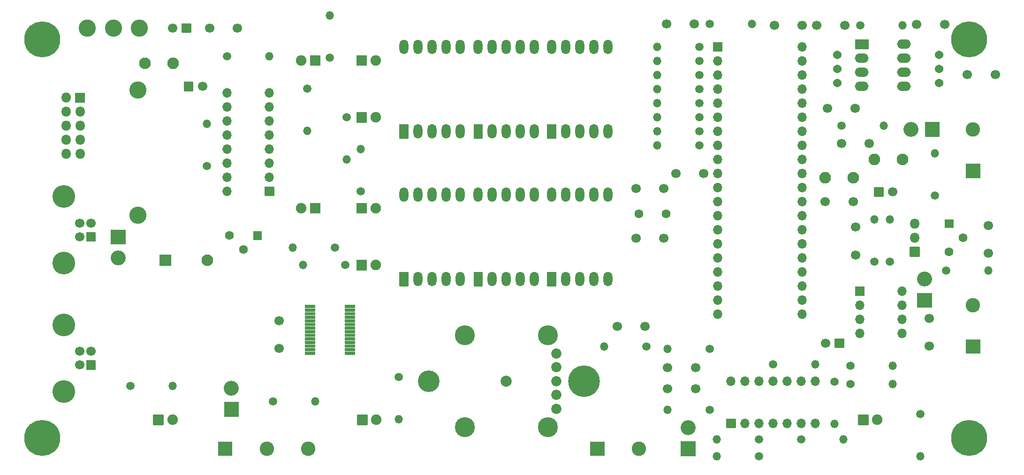
<source format=gbr>
%TF.GenerationSoftware,KiCad,Pcbnew,(5.1.9)-1*%
%TF.CreationDate,2021-03-04T22:01:39+01:00*%
%TF.ProjectId,Solaranlage,536f6c61-7261-46e6-9c61-67652e6b6963,rev?*%
%TF.SameCoordinates,Original*%
%TF.FileFunction,Soldermask,Top*%
%TF.FilePolarity,Negative*%
%FSLAX46Y46*%
G04 Gerber Fmt 4.6, Leading zero omitted, Abs format (unit mm)*
G04 Created by KiCad (PCBNEW (5.1.9)-1) date 2021-03-04 22:01:39*
%MOMM*%
%LPD*%
G01*
G04 APERTURE LIST*
%ADD10C,1.700000*%
%ADD11C,3.900000*%
%ADD12C,1.600000*%
%ADD13C,5.700000*%
%ADD14O,1.500000X1.500000*%
%ADD15C,1.500000*%
%ADD16C,1.900000*%
%ADD17C,3.100000*%
%ADD18C,2.100000*%
%ADD19O,1.700000X1.700000*%
%ADD20O,2.700000X2.700000*%
%ADD21C,2.600000*%
%ADD22C,4.100000*%
%ADD23O,2.100000X2.100000*%
%ADD24O,1.800000X1.800000*%
%ADD25O,1.624000X2.624000*%
%ADD26C,0.900000*%
%ADD27C,6.500000*%
%ADD28C,1.540000*%
%ADD29O,2.500000X1.700000*%
%ADD30C,1.850000*%
%ADD31C,2.000000*%
%ADD32C,3.600000*%
G04 APERTURE END LIST*
D10*
%TO.C,C20*%
X218106000Y-59055000D03*
X213106000Y-59055000D03*
%TD*%
%TO.C,C15*%
X202057000Y-100631000D03*
X202057000Y-95631000D03*
%TD*%
%TO.C,C9*%
X159084000Y-113538000D03*
X164084000Y-113538000D03*
%TD*%
%TO.C,C8*%
X173148000Y-121000000D03*
X168148000Y-121000000D03*
%TD*%
%TO.C,C6*%
X173148000Y-124810000D03*
X168148000Y-124810000D03*
%TD*%
%TO.C,C5*%
X167974000Y-58928000D03*
X172974000Y-58928000D03*
%TD*%
%TO.C,C1*%
X215392000Y-112094000D03*
X215392000Y-117094000D03*
%TD*%
D11*
%TO.C,H6*%
X125008000Y-123413000D03*
%TD*%
D10*
%TO.C,C22*%
X98044000Y-117522000D03*
X98044000Y-112522000D03*
%TD*%
%TO.C,C21*%
X204517000Y-80518000D03*
X199517000Y-80518000D03*
%TD*%
%TO.C,C19*%
X201977000Y-74168000D03*
X196977000Y-74168000D03*
%TD*%
%TO.C,C17*%
X187405000Y-59182000D03*
X192405000Y-59182000D03*
%TD*%
%TO.C,C14*%
X169625000Y-85948000D03*
X174625000Y-85948000D03*
%TD*%
%TO.C,C10*%
X200072000Y-59182000D03*
X195072000Y-59182000D03*
%TD*%
%TO.C,C7*%
X90471000Y-59690000D03*
X85471000Y-59690000D03*
%TD*%
%TO.C,C4*%
X226060000Y-95330000D03*
X226060000Y-100330000D03*
%TD*%
%TO.C,C3*%
X227250000Y-68072000D03*
X222250000Y-68072000D03*
%TD*%
%TO.C,C2*%
X201596000Y-91059000D03*
X196596000Y-91059000D03*
%TD*%
%TO.C,Q1*%
G36*
G01*
X218148000Y-95746000D02*
X218148000Y-94246000D01*
G75*
G02*
X218198000Y-94196000I50000J0D01*
G01*
X219698000Y-94196000D01*
G75*
G02*
X219748000Y-94246000I0J-50000D01*
G01*
X219748000Y-95746000D01*
G75*
G02*
X219698000Y-95796000I-50000J0D01*
G01*
X218198000Y-95796000D01*
G75*
G02*
X218148000Y-95746000I0J50000D01*
G01*
G37*
D12*
X218948000Y-100076000D03*
X221488000Y-97536000D03*
%TD*%
%TO.C,Q2*%
G36*
G01*
X94907000Y-96405000D02*
X94907000Y-97905000D01*
G75*
G02*
X94857000Y-97955000I-50000J0D01*
G01*
X93357000Y-97955000D01*
G75*
G02*
X93307000Y-97905000I0J50000D01*
G01*
X93307000Y-96405000D01*
G75*
G02*
X93357000Y-96355000I50000J0D01*
G01*
X94857000Y-96355000D01*
G75*
G02*
X94907000Y-96405000I0J-50000D01*
G01*
G37*
X89027000Y-97155000D03*
X91567000Y-99695000D03*
%TD*%
D13*
%TO.C,H5*%
X153008000Y-123413000D03*
%TD*%
D14*
%TO.C,GND2*%
X96266000Y-64770000D03*
D15*
X88646000Y-64770000D03*
%TD*%
D14*
%TO.C,GND1*%
X213741000Y-137033000D03*
D15*
X213741000Y-129413000D03*
%TD*%
D14*
%TO.C,R32*%
X103124000Y-78232000D03*
D15*
X103124000Y-70612000D03*
%TD*%
D14*
%TO.C,R31*%
X100457000Y-99314000D03*
D15*
X108077000Y-99314000D03*
%TD*%
D14*
%TO.C,R28*%
X102362000Y-102489000D03*
D15*
X109982000Y-102489000D03*
%TD*%
D14*
%TO.C,R27*%
X110236000Y-83439000D03*
D15*
X110236000Y-75819000D03*
%TD*%
D14*
%TO.C,R26*%
X112776000Y-81534000D03*
D15*
X112776000Y-89154000D03*
%TD*%
D16*
%TO.C,D13*%
X101981000Y-65532000D03*
G36*
G01*
X105471000Y-64632000D02*
X105471000Y-66432000D01*
G75*
G02*
X105421000Y-66482000I-50000J0D01*
G01*
X103621000Y-66482000D01*
G75*
G02*
X103571000Y-66432000I0J50000D01*
G01*
X103571000Y-64632000D01*
G75*
G02*
X103621000Y-64582000I50000J0D01*
G01*
X105421000Y-64582000D01*
G75*
G02*
X105471000Y-64632000I0J-50000D01*
G01*
G37*
%TD*%
%TO.C,D12*%
X101981000Y-92202000D03*
G36*
G01*
X105471000Y-91302000D02*
X105471000Y-93102000D01*
G75*
G02*
X105421000Y-93152000I-50000J0D01*
G01*
X103621000Y-93152000D01*
G75*
G02*
X103571000Y-93102000I0J50000D01*
G01*
X103571000Y-91302000D01*
G75*
G02*
X103621000Y-91252000I50000J0D01*
G01*
X105421000Y-91252000D01*
G75*
G02*
X105471000Y-91302000I0J-50000D01*
G01*
G37*
%TD*%
%TO.C,D7*%
X115443000Y-102489000D03*
G36*
G01*
X111953000Y-103389000D02*
X111953000Y-101589000D01*
G75*
G02*
X112003000Y-101539000I50000J0D01*
G01*
X113803000Y-101539000D01*
G75*
G02*
X113853000Y-101589000I0J-50000D01*
G01*
X113853000Y-103389000D01*
G75*
G02*
X113803000Y-103439000I-50000J0D01*
G01*
X112003000Y-103439000D01*
G75*
G02*
X111953000Y-103389000I0J50000D01*
G01*
G37*
%TD*%
%TO.C,D6*%
X115443000Y-75819000D03*
G36*
G01*
X111953000Y-76719000D02*
X111953000Y-74919000D01*
G75*
G02*
X112003000Y-74869000I50000J0D01*
G01*
X113803000Y-74869000D01*
G75*
G02*
X113853000Y-74919000I0J-50000D01*
G01*
X113853000Y-76719000D01*
G75*
G02*
X113803000Y-76769000I-50000J0D01*
G01*
X112003000Y-76769000D01*
G75*
G02*
X111953000Y-76719000I0J50000D01*
G01*
G37*
%TD*%
%TO.C,D5*%
X115443000Y-92202000D03*
G36*
G01*
X111953000Y-93102000D02*
X111953000Y-91302000D01*
G75*
G02*
X112003000Y-91252000I50000J0D01*
G01*
X113803000Y-91252000D01*
G75*
G02*
X113853000Y-91302000I0J-50000D01*
G01*
X113853000Y-93102000D01*
G75*
G02*
X113803000Y-93152000I-50000J0D01*
G01*
X112003000Y-93152000D01*
G75*
G02*
X111953000Y-93102000I0J50000D01*
G01*
G37*
%TD*%
D10*
%TO.C,C23*%
X84161000Y-70231000D03*
G36*
G01*
X80811000Y-71031000D02*
X80811000Y-69431000D01*
G75*
G02*
X80861000Y-69381000I50000J0D01*
G01*
X82461000Y-69381000D01*
G75*
G02*
X82511000Y-69431000I0J-50000D01*
G01*
X82511000Y-71031000D01*
G75*
G02*
X82461000Y-71081000I-50000J0D01*
G01*
X80861000Y-71081000D01*
G75*
G02*
X80811000Y-71031000I0J50000D01*
G01*
G37*
%TD*%
D17*
%TO.C,F1*%
X72517000Y-70869000D03*
X72517000Y-93469000D03*
%TD*%
D14*
%TO.C,R35*%
X84963000Y-76962000D03*
D15*
X84963000Y-84582000D03*
%TD*%
D18*
%TO.C,BZ1*%
X85070000Y-101600000D03*
G36*
G01*
X76420000Y-102600000D02*
X76420000Y-100600000D01*
G75*
G02*
X76470000Y-100550000I50000J0D01*
G01*
X78470000Y-100550000D01*
G75*
G02*
X78520000Y-100600000I0J-50000D01*
G01*
X78520000Y-102600000D01*
G75*
G02*
X78470000Y-102650000I-50000J0D01*
G01*
X76470000Y-102650000D01*
G75*
G02*
X76420000Y-102600000I0J50000D01*
G01*
G37*
%TD*%
D19*
%TO.C,U11*%
X179578000Y-123444000D03*
X194818000Y-131064000D03*
X182118000Y-123444000D03*
X192278000Y-131064000D03*
X184658000Y-123444000D03*
X189738000Y-131064000D03*
X187198000Y-123444000D03*
X187198000Y-131064000D03*
X189738000Y-123444000D03*
X184658000Y-131064000D03*
X192278000Y-123444000D03*
X182118000Y-131064000D03*
X194818000Y-123444000D03*
G36*
G01*
X180378000Y-131914000D02*
X178778000Y-131914000D01*
G75*
G02*
X178728000Y-131864000I0J50000D01*
G01*
X178728000Y-130264000D01*
G75*
G02*
X178778000Y-130214000I50000J0D01*
G01*
X180378000Y-130214000D01*
G75*
G02*
X180428000Y-130264000I0J-50000D01*
G01*
X180428000Y-131864000D01*
G75*
G02*
X180378000Y-131914000I-50000J0D01*
G01*
G37*
%TD*%
D14*
%TO.C,R34*%
X177038000Y-137033000D03*
D15*
X184658000Y-137033000D03*
%TD*%
D14*
%TO.C,R33*%
X104521000Y-127127000D03*
D15*
X96901000Y-127127000D03*
%TD*%
D20*
%TO.C,D14*%
X89408000Y-124714000D03*
G36*
G01*
X90708000Y-129874000D02*
X88108000Y-129874000D01*
G75*
G02*
X88058000Y-129824000I0J50000D01*
G01*
X88058000Y-127224000D01*
G75*
G02*
X88108000Y-127174000I50000J0D01*
G01*
X90708000Y-127174000D01*
G75*
G02*
X90758000Y-127224000I0J-50000D01*
G01*
X90758000Y-129824000D01*
G75*
G02*
X90708000Y-129874000I-50000J0D01*
G01*
G37*
%TD*%
%TO.C,J7*%
G36*
G01*
X86965000Y-136886000D02*
X86965000Y-134386000D01*
G75*
G02*
X87015000Y-134336000I50000J0D01*
G01*
X89515000Y-134336000D01*
G75*
G02*
X89565000Y-134386000I0J-50000D01*
G01*
X89565000Y-136886000D01*
G75*
G02*
X89515000Y-136936000I-50000J0D01*
G01*
X87015000Y-136936000D01*
G75*
G02*
X86965000Y-136886000I0J50000D01*
G01*
G37*
D21*
X95765000Y-135636000D03*
X103265000Y-135636000D03*
%TD*%
D22*
%TO.C,J4*%
X59158000Y-125273000D03*
X59158000Y-113273000D03*
D10*
X62018000Y-120523000D03*
X62018000Y-118023000D03*
X64018000Y-118023000D03*
G36*
G01*
X63218000Y-119673000D02*
X64818000Y-119673000D01*
G75*
G02*
X64868000Y-119723000I0J-50000D01*
G01*
X64868000Y-121323000D01*
G75*
G02*
X64818000Y-121373000I-50000J0D01*
G01*
X63218000Y-121373000D01*
G75*
G02*
X63168000Y-121323000I0J50000D01*
G01*
X63168000Y-119723000D01*
G75*
G02*
X63218000Y-119673000I50000J0D01*
G01*
G37*
%TD*%
D23*
%TO.C,L3*%
X78867000Y-66040000D03*
D18*
X73787000Y-66040000D03*
%TD*%
D19*
%TO.C,U12*%
X88646000Y-89154000D03*
X96266000Y-71374000D03*
X88646000Y-86614000D03*
X96266000Y-73914000D03*
X88646000Y-84074000D03*
X96266000Y-76454000D03*
X88646000Y-81534000D03*
X96266000Y-78994000D03*
X88646000Y-78994000D03*
X96266000Y-81534000D03*
X88646000Y-76454000D03*
X96266000Y-84074000D03*
X88646000Y-73914000D03*
X96266000Y-86614000D03*
X88646000Y-71374000D03*
G36*
G01*
X97116000Y-88354000D02*
X97116000Y-89954000D01*
G75*
G02*
X97066000Y-90004000I-50000J0D01*
G01*
X95466000Y-90004000D01*
G75*
G02*
X95416000Y-89954000I0J50000D01*
G01*
X95416000Y-88354000D01*
G75*
G02*
X95466000Y-88304000I50000J0D01*
G01*
X97066000Y-88304000D01*
G75*
G02*
X97116000Y-88354000I0J-50000D01*
G01*
G37*
%TD*%
D20*
%TO.C,D11*%
X171831000Y-131826000D03*
G36*
G01*
X173131000Y-136986000D02*
X170531000Y-136986000D01*
G75*
G02*
X170481000Y-136936000I0J50000D01*
G01*
X170481000Y-134336000D01*
G75*
G02*
X170531000Y-134286000I50000J0D01*
G01*
X173131000Y-134286000D01*
G75*
G02*
X173181000Y-134336000I0J-50000D01*
G01*
X173181000Y-136936000D01*
G75*
G02*
X173131000Y-136986000I-50000J0D01*
G01*
G37*
%TD*%
%TO.C,D10*%
X68961000Y-101219000D03*
G36*
G01*
X67661000Y-96059000D02*
X70261000Y-96059000D01*
G75*
G02*
X70311000Y-96109000I0J-50000D01*
G01*
X70311000Y-98709000D01*
G75*
G02*
X70261000Y-98759000I-50000J0D01*
G01*
X67661000Y-98759000D01*
G75*
G02*
X67611000Y-98709000I0J50000D01*
G01*
X67611000Y-96109000D01*
G75*
G02*
X67661000Y-96059000I50000J0D01*
G01*
G37*
%TD*%
%TO.C,D9*%
X214503000Y-105029000D03*
G36*
G01*
X215803000Y-110189000D02*
X213203000Y-110189000D01*
G75*
G02*
X213153000Y-110139000I0J50000D01*
G01*
X213153000Y-107539000D01*
G75*
G02*
X213203000Y-107489000I50000J0D01*
G01*
X215803000Y-107489000D01*
G75*
G02*
X215853000Y-107539000I0J-50000D01*
G01*
X215853000Y-110139000D01*
G75*
G02*
X215803000Y-110189000I-50000J0D01*
G01*
G37*
%TD*%
%TO.C,D8*%
X212090000Y-77978000D03*
G36*
G01*
X217250000Y-76678000D02*
X217250000Y-79278000D01*
G75*
G02*
X217200000Y-79328000I-50000J0D01*
G01*
X214600000Y-79328000D01*
G75*
G02*
X214550000Y-79278000I0J50000D01*
G01*
X214550000Y-76678000D01*
G75*
G02*
X214600000Y-76628000I50000J0D01*
G01*
X217200000Y-76628000D01*
G75*
G02*
X217250000Y-76678000I0J-50000D01*
G01*
G37*
%TD*%
D14*
%TO.C,R21*%
X194818000Y-120396000D03*
D15*
X187198000Y-120396000D03*
%TD*%
D14*
%TO.C,R19*%
X198247000Y-131191000D03*
D15*
X198247000Y-123571000D03*
%TD*%
D14*
%TO.C,R13*%
X199898000Y-133985000D03*
D15*
X192278000Y-133985000D03*
%TD*%
D14*
%TO.C,R12*%
X177038000Y-133985000D03*
D15*
X184658000Y-133985000D03*
%TD*%
D10*
%TO.C,C18*%
X78780000Y-59690000D03*
G36*
G01*
X82130000Y-58890000D02*
X82130000Y-60490000D01*
G75*
G02*
X82080000Y-60540000I-50000J0D01*
G01*
X80480000Y-60540000D01*
G75*
G02*
X80430000Y-60490000I0J50000D01*
G01*
X80430000Y-58890000D01*
G75*
G02*
X80480000Y-58840000I50000J0D01*
G01*
X82080000Y-58840000D01*
G75*
G02*
X82130000Y-58890000I0J-50000D01*
G01*
G37*
%TD*%
%TO.C,C11*%
X208748000Y-89281000D03*
G36*
G01*
X205398000Y-90081000D02*
X205398000Y-88481000D01*
G75*
G02*
X205448000Y-88431000I50000J0D01*
G01*
X207048000Y-88431000D01*
G75*
G02*
X207098000Y-88481000I0J-50000D01*
G01*
X207098000Y-90081000D01*
G75*
G02*
X207048000Y-90131000I-50000J0D01*
G01*
X205448000Y-90131000D01*
G75*
G02*
X205398000Y-90081000I0J50000D01*
G01*
G37*
%TD*%
D23*
%TO.C,L2*%
X205486000Y-83439000D03*
D18*
X210566000Y-83439000D03*
%TD*%
D23*
%TO.C,L1*%
X196596000Y-86741000D03*
D18*
X201676000Y-86741000D03*
%TD*%
D21*
%TO.C,J1*%
X223266000Y-77971000D03*
G36*
G01*
X224516000Y-86771000D02*
X222016000Y-86771000D01*
G75*
G02*
X221966000Y-86721000I0J50000D01*
G01*
X221966000Y-84221000D01*
G75*
G02*
X222016000Y-84171000I50000J0D01*
G01*
X224516000Y-84171000D01*
G75*
G02*
X224566000Y-84221000I0J-50000D01*
G01*
X224566000Y-86721000D01*
G75*
G02*
X224516000Y-86771000I-50000J0D01*
G01*
G37*
%TD*%
%TO.C,J2*%
X223266000Y-109690000D03*
G36*
G01*
X224516000Y-118490000D02*
X222016000Y-118490000D01*
G75*
G02*
X221966000Y-118440000I0J50000D01*
G01*
X221966000Y-115940000D01*
G75*
G02*
X222016000Y-115890000I50000J0D01*
G01*
X224516000Y-115890000D01*
G75*
G02*
X224566000Y-115940000I0J-50000D01*
G01*
X224566000Y-118440000D01*
G75*
G02*
X224516000Y-118490000I-50000J0D01*
G01*
G37*
%TD*%
D24*
%TO.C,J3*%
X59538000Y-82423000D03*
X62078000Y-82423000D03*
X59538000Y-79883000D03*
X62078000Y-79883000D03*
X59538000Y-77343000D03*
X62078000Y-77343000D03*
X59538000Y-74803000D03*
X62078000Y-74803000D03*
X59538000Y-72263000D03*
G36*
G01*
X61178000Y-73113000D02*
X61178000Y-71413000D01*
G75*
G02*
X61228000Y-71363000I50000J0D01*
G01*
X62928000Y-71363000D01*
G75*
G02*
X62978000Y-71413000I0J-50000D01*
G01*
X62978000Y-73113000D01*
G75*
G02*
X62928000Y-73163000I-50000J0D01*
G01*
X61228000Y-73163000D01*
G75*
G02*
X61178000Y-73113000I0J50000D01*
G01*
G37*
%TD*%
D14*
%TO.C,R1*%
X216408000Y-82296000D03*
D15*
X216408000Y-89916000D03*
%TD*%
D14*
%TO.C,R2*%
X226060000Y-103505000D03*
D15*
X218440000Y-103505000D03*
%TD*%
D14*
%TO.C,R3*%
X166243000Y-63088000D03*
D15*
X173863000Y-63088000D03*
%TD*%
D14*
%TO.C,R4*%
X166243000Y-68168000D03*
D15*
X173863000Y-68168000D03*
%TD*%
D14*
%TO.C,R5*%
X166243000Y-73248000D03*
D15*
X173863000Y-73248000D03*
%TD*%
D14*
%TO.C,R6*%
X166243000Y-78328000D03*
D15*
X173863000Y-78328000D03*
%TD*%
D14*
%TO.C,R7*%
X166243000Y-65628000D03*
D15*
X173863000Y-65628000D03*
%TD*%
D14*
%TO.C,R8*%
X166243000Y-70708000D03*
D15*
X173863000Y-70708000D03*
%TD*%
D14*
%TO.C,R9*%
X166243000Y-75788000D03*
D15*
X173863000Y-75788000D03*
%TD*%
D14*
%TO.C,R10*%
X166243000Y-80868000D03*
D15*
X173863000Y-80868000D03*
%TD*%
D14*
%TO.C,R11*%
X183388000Y-58928000D03*
D15*
X175768000Y-58928000D03*
%TD*%
D14*
%TO.C,R14*%
X168148000Y-128620000D03*
D15*
X175768000Y-128620000D03*
%TD*%
D14*
%TO.C,R15*%
X168148000Y-117602000D03*
D15*
X175768000Y-117602000D03*
%TD*%
%TO.C,U1*%
G36*
G01*
X119711000Y-79590000D02*
X119711000Y-77066000D01*
G75*
G02*
X119761000Y-77016000I50000J0D01*
G01*
X121285000Y-77016000D01*
G75*
G02*
X121335000Y-77066000I0J-50000D01*
G01*
X121335000Y-79590000D01*
G75*
G02*
X121285000Y-79640000I-50000J0D01*
G01*
X119761000Y-79640000D01*
G75*
G02*
X119711000Y-79590000I0J50000D01*
G01*
G37*
D25*
X123063000Y-78328000D03*
X125603000Y-78328000D03*
X128143000Y-78328000D03*
X130683000Y-78328000D03*
X130683000Y-63088000D03*
X128143000Y-63088000D03*
X125603000Y-63088000D03*
X123063000Y-63088000D03*
X120523000Y-63088000D03*
%TD*%
%TO.C,U2*%
G36*
G01*
X119711000Y-106260000D02*
X119711000Y-103736000D01*
G75*
G02*
X119761000Y-103686000I50000J0D01*
G01*
X121285000Y-103686000D01*
G75*
G02*
X121335000Y-103736000I0J-50000D01*
G01*
X121335000Y-106260000D01*
G75*
G02*
X121285000Y-106310000I-50000J0D01*
G01*
X119761000Y-106310000D01*
G75*
G02*
X119711000Y-106260000I0J50000D01*
G01*
G37*
X123063000Y-104998000D03*
X125603000Y-104998000D03*
X128143000Y-104998000D03*
X130683000Y-104998000D03*
X130683000Y-89758000D03*
X128143000Y-89758000D03*
X125603000Y-89758000D03*
X123063000Y-89758000D03*
X120523000Y-89758000D03*
%TD*%
%TO.C,U3*%
G36*
G01*
X133116000Y-79590000D02*
X133116000Y-77066000D01*
G75*
G02*
X133166000Y-77016000I50000J0D01*
G01*
X134690000Y-77016000D01*
G75*
G02*
X134740000Y-77066000I0J-50000D01*
G01*
X134740000Y-79590000D01*
G75*
G02*
X134690000Y-79640000I-50000J0D01*
G01*
X133166000Y-79640000D01*
G75*
G02*
X133116000Y-79590000I0J50000D01*
G01*
G37*
X136468000Y-78328000D03*
X139008000Y-78328000D03*
X141548000Y-78328000D03*
X144088000Y-78328000D03*
X144088000Y-63088000D03*
X141548000Y-63088000D03*
X139008000Y-63088000D03*
X136468000Y-63088000D03*
X133928000Y-63088000D03*
%TD*%
%TO.C,U4*%
G36*
G01*
X133116000Y-106260000D02*
X133116000Y-103736000D01*
G75*
G02*
X133166000Y-103686000I50000J0D01*
G01*
X134690000Y-103686000D01*
G75*
G02*
X134740000Y-103736000I0J-50000D01*
G01*
X134740000Y-106260000D01*
G75*
G02*
X134690000Y-106310000I-50000J0D01*
G01*
X133166000Y-106310000D01*
G75*
G02*
X133116000Y-106260000I0J50000D01*
G01*
G37*
X136468000Y-104998000D03*
X139008000Y-104998000D03*
X141548000Y-104998000D03*
X144088000Y-104998000D03*
X144088000Y-89758000D03*
X141548000Y-89758000D03*
X139008000Y-89758000D03*
X136468000Y-89758000D03*
X133928000Y-89758000D03*
%TD*%
%TO.C,U5*%
G36*
G01*
X146381000Y-79590000D02*
X146381000Y-77066000D01*
G75*
G02*
X146431000Y-77016000I50000J0D01*
G01*
X147955000Y-77016000D01*
G75*
G02*
X148005000Y-77066000I0J-50000D01*
G01*
X148005000Y-79590000D01*
G75*
G02*
X147955000Y-79640000I-50000J0D01*
G01*
X146431000Y-79640000D01*
G75*
G02*
X146381000Y-79590000I0J50000D01*
G01*
G37*
X149733000Y-78328000D03*
X152273000Y-78328000D03*
X154813000Y-78328000D03*
X157353000Y-78328000D03*
X157353000Y-63088000D03*
X154813000Y-63088000D03*
X152273000Y-63088000D03*
X149733000Y-63088000D03*
X147193000Y-63088000D03*
%TD*%
%TO.C,U6*%
G36*
G01*
X146381000Y-106260000D02*
X146381000Y-103736000D01*
G75*
G02*
X146431000Y-103686000I50000J0D01*
G01*
X147955000Y-103686000D01*
G75*
G02*
X148005000Y-103736000I0J-50000D01*
G01*
X148005000Y-106260000D01*
G75*
G02*
X147955000Y-106310000I-50000J0D01*
G01*
X146431000Y-106310000D01*
G75*
G02*
X146381000Y-106260000I0J50000D01*
G01*
G37*
X149733000Y-104998000D03*
X152273000Y-104998000D03*
X154813000Y-104998000D03*
X157353000Y-104998000D03*
X157353000Y-89758000D03*
X154813000Y-89758000D03*
X152273000Y-89758000D03*
X149733000Y-89758000D03*
X147193000Y-89758000D03*
%TD*%
D26*
%TO.C,H1*%
X56975056Y-132010944D03*
X55278000Y-131308000D03*
X53580944Y-132010944D03*
X52878000Y-133708000D03*
X53580944Y-135405056D03*
X55278000Y-136108000D03*
X56975056Y-135405056D03*
X57678000Y-133708000D03*
D27*
X55278000Y-133708000D03*
%TD*%
D26*
%TO.C,H2*%
X224285056Y-60010944D03*
X222588000Y-59308000D03*
X220890944Y-60010944D03*
X220188000Y-61708000D03*
X220890944Y-63405056D03*
X222588000Y-64108000D03*
X224285056Y-63405056D03*
X224988000Y-61708000D03*
D27*
X222588000Y-61708000D03*
%TD*%
D26*
%TO.C,H3*%
X56975056Y-60010944D03*
X55278000Y-59308000D03*
X53580944Y-60010944D03*
X52878000Y-61708000D03*
X53580944Y-63405056D03*
X55278000Y-64108000D03*
X56975056Y-63405056D03*
X57678000Y-61708000D03*
D27*
X55278000Y-61708000D03*
%TD*%
D26*
%TO.C,H4*%
X224285056Y-132010944D03*
X222588000Y-131308000D03*
X220890944Y-132010944D03*
X220188000Y-133708000D03*
X220890944Y-135405056D03*
X222588000Y-136108000D03*
X224285056Y-135405056D03*
X224988000Y-133708000D03*
D27*
X222588000Y-133708000D03*
%TD*%
D14*
%TO.C,R16*%
X156718000Y-117190000D03*
D15*
X164338000Y-117190000D03*
%TD*%
D21*
%TO.C,J6*%
X162948000Y-135636000D03*
G36*
G01*
X154148000Y-136886000D02*
X154148000Y-134386000D01*
G75*
G02*
X154198000Y-134336000I50000J0D01*
G01*
X156698000Y-134336000D01*
G75*
G02*
X156748000Y-134386000I0J-50000D01*
G01*
X156748000Y-136886000D01*
G75*
G02*
X156698000Y-136936000I-50000J0D01*
G01*
X154198000Y-136936000D01*
G75*
G02*
X154148000Y-136886000I0J50000D01*
G01*
G37*
%TD*%
D16*
%TO.C,D2*%
X115570000Y-130429000D03*
G36*
G01*
X112080000Y-131329000D02*
X112080000Y-129529000D01*
G75*
G02*
X112130000Y-129479000I50000J0D01*
G01*
X113930000Y-129479000D01*
G75*
G02*
X113980000Y-129529000I0J-50000D01*
G01*
X113980000Y-131329000D01*
G75*
G02*
X113930000Y-131379000I-50000J0D01*
G01*
X112130000Y-131379000D01*
G75*
G02*
X112080000Y-131329000I0J50000D01*
G01*
G37*
%TD*%
D14*
%TO.C,R18*%
X119634000Y-130302000D03*
D15*
X119634000Y-122682000D03*
%TD*%
D16*
%TO.C,D1*%
X78750000Y-130429000D03*
G36*
G01*
X75260000Y-131329000D02*
X75260000Y-129529000D01*
G75*
G02*
X75310000Y-129479000I50000J0D01*
G01*
X77110000Y-129479000D01*
G75*
G02*
X77160000Y-129529000I0J-50000D01*
G01*
X77160000Y-131329000D01*
G75*
G02*
X77110000Y-131379000I-50000J0D01*
G01*
X75310000Y-131379000D01*
G75*
G02*
X75260000Y-131329000I0J50000D01*
G01*
G37*
%TD*%
D14*
%TO.C,R17*%
X78750000Y-124333000D03*
D15*
X71130000Y-124333000D03*
%TD*%
%TO.C,U8*%
G36*
G01*
X111713000Y-118173000D02*
X111713000Y-118623000D01*
G75*
G02*
X111663000Y-118673000I-50000J0D01*
G01*
X109913000Y-118673000D01*
G75*
G02*
X109863000Y-118623000I0J50000D01*
G01*
X109863000Y-118173000D01*
G75*
G02*
X109913000Y-118123000I50000J0D01*
G01*
X111663000Y-118123000D01*
G75*
G02*
X111713000Y-118173000I0J-50000D01*
G01*
G37*
G36*
G01*
X111713000Y-117523000D02*
X111713000Y-117973000D01*
G75*
G02*
X111663000Y-118023000I-50000J0D01*
G01*
X109913000Y-118023000D01*
G75*
G02*
X109863000Y-117973000I0J50000D01*
G01*
X109863000Y-117523000D01*
G75*
G02*
X109913000Y-117473000I50000J0D01*
G01*
X111663000Y-117473000D01*
G75*
G02*
X111713000Y-117523000I0J-50000D01*
G01*
G37*
G36*
G01*
X111713000Y-116873000D02*
X111713000Y-117323000D01*
G75*
G02*
X111663000Y-117373000I-50000J0D01*
G01*
X109913000Y-117373000D01*
G75*
G02*
X109863000Y-117323000I0J50000D01*
G01*
X109863000Y-116873000D01*
G75*
G02*
X109913000Y-116823000I50000J0D01*
G01*
X111663000Y-116823000D01*
G75*
G02*
X111713000Y-116873000I0J-50000D01*
G01*
G37*
G36*
G01*
X111713000Y-116223000D02*
X111713000Y-116673000D01*
G75*
G02*
X111663000Y-116723000I-50000J0D01*
G01*
X109913000Y-116723000D01*
G75*
G02*
X109863000Y-116673000I0J50000D01*
G01*
X109863000Y-116223000D01*
G75*
G02*
X109913000Y-116173000I50000J0D01*
G01*
X111663000Y-116173000D01*
G75*
G02*
X111713000Y-116223000I0J-50000D01*
G01*
G37*
G36*
G01*
X111713000Y-115573000D02*
X111713000Y-116023000D01*
G75*
G02*
X111663000Y-116073000I-50000J0D01*
G01*
X109913000Y-116073000D01*
G75*
G02*
X109863000Y-116023000I0J50000D01*
G01*
X109863000Y-115573000D01*
G75*
G02*
X109913000Y-115523000I50000J0D01*
G01*
X111663000Y-115523000D01*
G75*
G02*
X111713000Y-115573000I0J-50000D01*
G01*
G37*
G36*
G01*
X111713000Y-114923000D02*
X111713000Y-115373000D01*
G75*
G02*
X111663000Y-115423000I-50000J0D01*
G01*
X109913000Y-115423000D01*
G75*
G02*
X109863000Y-115373000I0J50000D01*
G01*
X109863000Y-114923000D01*
G75*
G02*
X109913000Y-114873000I50000J0D01*
G01*
X111663000Y-114873000D01*
G75*
G02*
X111713000Y-114923000I0J-50000D01*
G01*
G37*
G36*
G01*
X111713000Y-114273000D02*
X111713000Y-114723000D01*
G75*
G02*
X111663000Y-114773000I-50000J0D01*
G01*
X109913000Y-114773000D01*
G75*
G02*
X109863000Y-114723000I0J50000D01*
G01*
X109863000Y-114273000D01*
G75*
G02*
X109913000Y-114223000I50000J0D01*
G01*
X111663000Y-114223000D01*
G75*
G02*
X111713000Y-114273000I0J-50000D01*
G01*
G37*
G36*
G01*
X111713000Y-113623000D02*
X111713000Y-114073000D01*
G75*
G02*
X111663000Y-114123000I-50000J0D01*
G01*
X109913000Y-114123000D01*
G75*
G02*
X109863000Y-114073000I0J50000D01*
G01*
X109863000Y-113623000D01*
G75*
G02*
X109913000Y-113573000I50000J0D01*
G01*
X111663000Y-113573000D01*
G75*
G02*
X111713000Y-113623000I0J-50000D01*
G01*
G37*
G36*
G01*
X111713000Y-112973000D02*
X111713000Y-113423000D01*
G75*
G02*
X111663000Y-113473000I-50000J0D01*
G01*
X109913000Y-113473000D01*
G75*
G02*
X109863000Y-113423000I0J50000D01*
G01*
X109863000Y-112973000D01*
G75*
G02*
X109913000Y-112923000I50000J0D01*
G01*
X111663000Y-112923000D01*
G75*
G02*
X111713000Y-112973000I0J-50000D01*
G01*
G37*
G36*
G01*
X111713000Y-112323000D02*
X111713000Y-112773000D01*
G75*
G02*
X111663000Y-112823000I-50000J0D01*
G01*
X109913000Y-112823000D01*
G75*
G02*
X109863000Y-112773000I0J50000D01*
G01*
X109863000Y-112323000D01*
G75*
G02*
X109913000Y-112273000I50000J0D01*
G01*
X111663000Y-112273000D01*
G75*
G02*
X111713000Y-112323000I0J-50000D01*
G01*
G37*
G36*
G01*
X111713000Y-111673000D02*
X111713000Y-112123000D01*
G75*
G02*
X111663000Y-112173000I-50000J0D01*
G01*
X109913000Y-112173000D01*
G75*
G02*
X109863000Y-112123000I0J50000D01*
G01*
X109863000Y-111673000D01*
G75*
G02*
X109913000Y-111623000I50000J0D01*
G01*
X111663000Y-111623000D01*
G75*
G02*
X111713000Y-111673000I0J-50000D01*
G01*
G37*
G36*
G01*
X111713000Y-111023000D02*
X111713000Y-111473000D01*
G75*
G02*
X111663000Y-111523000I-50000J0D01*
G01*
X109913000Y-111523000D01*
G75*
G02*
X109863000Y-111473000I0J50000D01*
G01*
X109863000Y-111023000D01*
G75*
G02*
X109913000Y-110973000I50000J0D01*
G01*
X111663000Y-110973000D01*
G75*
G02*
X111713000Y-111023000I0J-50000D01*
G01*
G37*
G36*
G01*
X111713000Y-110373000D02*
X111713000Y-110823000D01*
G75*
G02*
X111663000Y-110873000I-50000J0D01*
G01*
X109913000Y-110873000D01*
G75*
G02*
X109863000Y-110823000I0J50000D01*
G01*
X109863000Y-110373000D01*
G75*
G02*
X109913000Y-110323000I50000J0D01*
G01*
X111663000Y-110323000D01*
G75*
G02*
X111713000Y-110373000I0J-50000D01*
G01*
G37*
G36*
G01*
X111713000Y-109723000D02*
X111713000Y-110173000D01*
G75*
G02*
X111663000Y-110223000I-50000J0D01*
G01*
X109913000Y-110223000D01*
G75*
G02*
X109863000Y-110173000I0J50000D01*
G01*
X109863000Y-109723000D01*
G75*
G02*
X109913000Y-109673000I50000J0D01*
G01*
X111663000Y-109673000D01*
G75*
G02*
X111713000Y-109723000I0J-50000D01*
G01*
G37*
G36*
G01*
X104513000Y-109723000D02*
X104513000Y-110173000D01*
G75*
G02*
X104463000Y-110223000I-50000J0D01*
G01*
X102713000Y-110223000D01*
G75*
G02*
X102663000Y-110173000I0J50000D01*
G01*
X102663000Y-109723000D01*
G75*
G02*
X102713000Y-109673000I50000J0D01*
G01*
X104463000Y-109673000D01*
G75*
G02*
X104513000Y-109723000I0J-50000D01*
G01*
G37*
G36*
G01*
X104513000Y-110373000D02*
X104513000Y-110823000D01*
G75*
G02*
X104463000Y-110873000I-50000J0D01*
G01*
X102713000Y-110873000D01*
G75*
G02*
X102663000Y-110823000I0J50000D01*
G01*
X102663000Y-110373000D01*
G75*
G02*
X102713000Y-110323000I50000J0D01*
G01*
X104463000Y-110323000D01*
G75*
G02*
X104513000Y-110373000I0J-50000D01*
G01*
G37*
G36*
G01*
X104513000Y-111023000D02*
X104513000Y-111473000D01*
G75*
G02*
X104463000Y-111523000I-50000J0D01*
G01*
X102713000Y-111523000D01*
G75*
G02*
X102663000Y-111473000I0J50000D01*
G01*
X102663000Y-111023000D01*
G75*
G02*
X102713000Y-110973000I50000J0D01*
G01*
X104463000Y-110973000D01*
G75*
G02*
X104513000Y-111023000I0J-50000D01*
G01*
G37*
G36*
G01*
X104513000Y-111673000D02*
X104513000Y-112123000D01*
G75*
G02*
X104463000Y-112173000I-50000J0D01*
G01*
X102713000Y-112173000D01*
G75*
G02*
X102663000Y-112123000I0J50000D01*
G01*
X102663000Y-111673000D01*
G75*
G02*
X102713000Y-111623000I50000J0D01*
G01*
X104463000Y-111623000D01*
G75*
G02*
X104513000Y-111673000I0J-50000D01*
G01*
G37*
G36*
G01*
X104513000Y-112323000D02*
X104513000Y-112773000D01*
G75*
G02*
X104463000Y-112823000I-50000J0D01*
G01*
X102713000Y-112823000D01*
G75*
G02*
X102663000Y-112773000I0J50000D01*
G01*
X102663000Y-112323000D01*
G75*
G02*
X102713000Y-112273000I50000J0D01*
G01*
X104463000Y-112273000D01*
G75*
G02*
X104513000Y-112323000I0J-50000D01*
G01*
G37*
G36*
G01*
X104513000Y-112973000D02*
X104513000Y-113423000D01*
G75*
G02*
X104463000Y-113473000I-50000J0D01*
G01*
X102713000Y-113473000D01*
G75*
G02*
X102663000Y-113423000I0J50000D01*
G01*
X102663000Y-112973000D01*
G75*
G02*
X102713000Y-112923000I50000J0D01*
G01*
X104463000Y-112923000D01*
G75*
G02*
X104513000Y-112973000I0J-50000D01*
G01*
G37*
G36*
G01*
X104513000Y-113623000D02*
X104513000Y-114073000D01*
G75*
G02*
X104463000Y-114123000I-50000J0D01*
G01*
X102713000Y-114123000D01*
G75*
G02*
X102663000Y-114073000I0J50000D01*
G01*
X102663000Y-113623000D01*
G75*
G02*
X102713000Y-113573000I50000J0D01*
G01*
X104463000Y-113573000D01*
G75*
G02*
X104513000Y-113623000I0J-50000D01*
G01*
G37*
G36*
G01*
X104513000Y-114273000D02*
X104513000Y-114723000D01*
G75*
G02*
X104463000Y-114773000I-50000J0D01*
G01*
X102713000Y-114773000D01*
G75*
G02*
X102663000Y-114723000I0J50000D01*
G01*
X102663000Y-114273000D01*
G75*
G02*
X102713000Y-114223000I50000J0D01*
G01*
X104463000Y-114223000D01*
G75*
G02*
X104513000Y-114273000I0J-50000D01*
G01*
G37*
G36*
G01*
X104513000Y-114923000D02*
X104513000Y-115373000D01*
G75*
G02*
X104463000Y-115423000I-50000J0D01*
G01*
X102713000Y-115423000D01*
G75*
G02*
X102663000Y-115373000I0J50000D01*
G01*
X102663000Y-114923000D01*
G75*
G02*
X102713000Y-114873000I50000J0D01*
G01*
X104463000Y-114873000D01*
G75*
G02*
X104513000Y-114923000I0J-50000D01*
G01*
G37*
G36*
G01*
X104513000Y-115573000D02*
X104513000Y-116023000D01*
G75*
G02*
X104463000Y-116073000I-50000J0D01*
G01*
X102713000Y-116073000D01*
G75*
G02*
X102663000Y-116023000I0J50000D01*
G01*
X102663000Y-115573000D01*
G75*
G02*
X102713000Y-115523000I50000J0D01*
G01*
X104463000Y-115523000D01*
G75*
G02*
X104513000Y-115573000I0J-50000D01*
G01*
G37*
G36*
G01*
X104513000Y-116223000D02*
X104513000Y-116673000D01*
G75*
G02*
X104463000Y-116723000I-50000J0D01*
G01*
X102713000Y-116723000D01*
G75*
G02*
X102663000Y-116673000I0J50000D01*
G01*
X102663000Y-116223000D01*
G75*
G02*
X102713000Y-116173000I50000J0D01*
G01*
X104463000Y-116173000D01*
G75*
G02*
X104513000Y-116223000I0J-50000D01*
G01*
G37*
G36*
G01*
X104513000Y-116873000D02*
X104513000Y-117323000D01*
G75*
G02*
X104463000Y-117373000I-50000J0D01*
G01*
X102713000Y-117373000D01*
G75*
G02*
X102663000Y-117323000I0J50000D01*
G01*
X102663000Y-116873000D01*
G75*
G02*
X102713000Y-116823000I50000J0D01*
G01*
X104463000Y-116823000D01*
G75*
G02*
X104513000Y-116873000I0J-50000D01*
G01*
G37*
G36*
G01*
X104513000Y-117523000D02*
X104513000Y-117973000D01*
G75*
G02*
X104463000Y-118023000I-50000J0D01*
G01*
X102713000Y-118023000D01*
G75*
G02*
X102663000Y-117973000I0J50000D01*
G01*
X102663000Y-117523000D01*
G75*
G02*
X102713000Y-117473000I50000J0D01*
G01*
X104463000Y-117473000D01*
G75*
G02*
X104513000Y-117523000I0J-50000D01*
G01*
G37*
G36*
G01*
X104513000Y-118173000D02*
X104513000Y-118623000D01*
G75*
G02*
X104463000Y-118673000I-50000J0D01*
G01*
X102713000Y-118673000D01*
G75*
G02*
X102663000Y-118623000I0J50000D01*
G01*
X102663000Y-118173000D01*
G75*
G02*
X102713000Y-118123000I50000J0D01*
G01*
X104463000Y-118123000D01*
G75*
G02*
X104513000Y-118173000I0J-50000D01*
G01*
G37*
%TD*%
D22*
%TO.C,J5*%
X59158000Y-102128000D03*
X59158000Y-90128000D03*
D10*
X62018000Y-97378000D03*
X62018000Y-94878000D03*
X64018000Y-94878000D03*
G36*
G01*
X63218000Y-96528000D02*
X64818000Y-96528000D01*
G75*
G02*
X64868000Y-96578000I0J-50000D01*
G01*
X64868000Y-98178000D01*
G75*
G02*
X64818000Y-98228000I-50000J0D01*
G01*
X63218000Y-98228000D01*
G75*
G02*
X63168000Y-98178000I0J50000D01*
G01*
X63168000Y-96578000D01*
G75*
G02*
X63218000Y-96528000I50000J0D01*
G01*
G37*
%TD*%
D16*
%TO.C,D3*%
X205994000Y-130429000D03*
G36*
G01*
X202504000Y-131329000D02*
X202504000Y-129529000D01*
G75*
G02*
X202554000Y-129479000I50000J0D01*
G01*
X204354000Y-129479000D01*
G75*
G02*
X204404000Y-129529000I0J-50000D01*
G01*
X204404000Y-131329000D01*
G75*
G02*
X204354000Y-131379000I-50000J0D01*
G01*
X202554000Y-131379000D01*
G75*
G02*
X202504000Y-131329000I0J50000D01*
G01*
G37*
%TD*%
D14*
%TO.C,R20*%
X208788000Y-123952000D03*
D15*
X201168000Y-123952000D03*
%TD*%
D10*
%TO.C,C12*%
X167433000Y-88646000D03*
X162433000Y-88646000D03*
%TD*%
%TO.C,C13*%
X162433000Y-97663000D03*
X167433000Y-97663000D03*
%TD*%
D12*
%TO.C,Y1*%
X167841000Y-93218000D03*
X162941000Y-93218000D03*
%TD*%
D14*
%TO.C,R22*%
X205486000Y-94214000D03*
D15*
X205486000Y-101834000D03*
%TD*%
D14*
%TO.C,R23*%
X208280000Y-94214000D03*
D15*
X208280000Y-101834000D03*
%TD*%
D10*
%TO.C,C16*%
X196636000Y-116586000D03*
G36*
G01*
X199986000Y-115786000D02*
X199986000Y-117386000D01*
G75*
G02*
X199936000Y-117436000I-50000J0D01*
G01*
X198336000Y-117436000D01*
G75*
G02*
X198286000Y-117386000I0J50000D01*
G01*
X198286000Y-115786000D01*
G75*
G02*
X198336000Y-115736000I50000J0D01*
G01*
X199936000Y-115736000D01*
G75*
G02*
X199986000Y-115786000I0J-50000D01*
G01*
G37*
%TD*%
D14*
%TO.C,R24*%
X208788000Y-120650000D03*
D15*
X201168000Y-120650000D03*
%TD*%
D19*
%TO.C,U10*%
X210439000Y-107188000D03*
X202819000Y-114808000D03*
X210439000Y-109728000D03*
X202819000Y-112268000D03*
X210439000Y-112268000D03*
X202819000Y-109728000D03*
X210439000Y-114808000D03*
G36*
G01*
X201969000Y-107988000D02*
X201969000Y-106388000D01*
G75*
G02*
X202019000Y-106338000I50000J0D01*
G01*
X203619000Y-106338000D01*
G75*
G02*
X203669000Y-106388000I0J-50000D01*
G01*
X203669000Y-107988000D01*
G75*
G02*
X203619000Y-108038000I-50000J0D01*
G01*
X202019000Y-108038000D01*
G75*
G02*
X201969000Y-107988000I0J50000D01*
G01*
G37*
%TD*%
%TO.C,U7*%
G36*
G01*
X176315000Y-63893600D02*
X176315000Y-62293600D01*
G75*
G02*
X176365000Y-62243600I50000J0D01*
G01*
X177965000Y-62243600D01*
G75*
G02*
X178015000Y-62293600I0J-50000D01*
G01*
X178015000Y-63893600D01*
G75*
G02*
X177965000Y-63943600I-50000J0D01*
G01*
X176365000Y-63943600D01*
G75*
G02*
X176315000Y-63893600I0J50000D01*
G01*
G37*
X192405000Y-111353600D03*
X177165000Y-65633600D03*
X192405000Y-108813600D03*
X177165000Y-68173600D03*
X192405000Y-106273600D03*
X177165000Y-70713600D03*
X192405000Y-103733600D03*
X177165000Y-73253600D03*
X192405000Y-101193600D03*
X177165000Y-75793600D03*
X192405000Y-98653600D03*
X177165000Y-78333600D03*
X192405000Y-96113600D03*
X177165000Y-80873600D03*
X192405000Y-93573600D03*
X177165000Y-83413600D03*
X192405000Y-91033600D03*
X177165000Y-85953600D03*
X192405000Y-88493600D03*
X177165000Y-88493600D03*
X192405000Y-85953600D03*
X177165000Y-91033600D03*
X192405000Y-83413600D03*
X177165000Y-93573600D03*
X192405000Y-80873600D03*
X177165000Y-96113600D03*
X192405000Y-78333600D03*
X177165000Y-98653600D03*
X192405000Y-75793600D03*
X177165000Y-101193600D03*
X192405000Y-73253600D03*
X177165000Y-103733600D03*
X192405000Y-70713600D03*
X177165000Y-106273600D03*
X192405000Y-68173600D03*
X177165000Y-108813600D03*
X192405000Y-65633600D03*
X177165000Y-111353600D03*
X192405000Y-63093600D03*
%TD*%
D28*
%TO.C,RV1*%
X198755000Y-69596000D03*
X198755000Y-67056000D03*
X198755000Y-64516000D03*
%TD*%
%TO.C,RV2*%
X217170000Y-69596000D03*
X217170000Y-67056000D03*
X217170000Y-64516000D03*
%TD*%
D29*
%TO.C,U9*%
X210820000Y-62611000D03*
X203200000Y-70231000D03*
X210820000Y-65151000D03*
X203200000Y-67691000D03*
X210820000Y-67691000D03*
X203200000Y-65151000D03*
X210820000Y-70231000D03*
G36*
G01*
X201950000Y-63411000D02*
X201950000Y-61811000D01*
G75*
G02*
X202000000Y-61761000I50000J0D01*
G01*
X204400000Y-61761000D01*
G75*
G02*
X204450000Y-61811000I0J-50000D01*
G01*
X204450000Y-63411000D01*
G75*
G02*
X204400000Y-63461000I-50000J0D01*
G01*
X202000000Y-63461000D01*
G75*
G02*
X201950000Y-63411000I0J50000D01*
G01*
G37*
%TD*%
%TO.C,JP1*%
G36*
G01*
X211825000Y-100926000D02*
X211825000Y-99226000D01*
G75*
G02*
X211875000Y-99176000I50000J0D01*
G01*
X213575000Y-99176000D01*
G75*
G02*
X213625000Y-99226000I0J-50000D01*
G01*
X213625000Y-100926000D01*
G75*
G02*
X213575000Y-100976000I-50000J0D01*
G01*
X211875000Y-100976000D01*
G75*
G02*
X211825000Y-100926000I0J50000D01*
G01*
G37*
D24*
X212725000Y-97536000D03*
X212725000Y-94996000D03*
%TD*%
D16*
%TO.C,D4*%
X115443000Y-65532000D03*
G36*
G01*
X111953000Y-66432000D02*
X111953000Y-64632000D01*
G75*
G02*
X112003000Y-64582000I50000J0D01*
G01*
X113803000Y-64582000D01*
G75*
G02*
X113853000Y-64632000I0J-50000D01*
G01*
X113853000Y-66432000D01*
G75*
G02*
X113803000Y-66482000I-50000J0D01*
G01*
X112003000Y-66482000D01*
G75*
G02*
X111953000Y-66432000I0J50000D01*
G01*
G37*
%TD*%
D14*
%TO.C,R25*%
X107188000Y-57404000D03*
D15*
X107188000Y-65024000D03*
%TD*%
D14*
%TO.C,R29*%
X210566000Y-59182000D03*
D15*
X202946000Y-59182000D03*
%TD*%
D14*
%TO.C,R30*%
X207137000Y-77343000D03*
D15*
X199517000Y-77343000D03*
%TD*%
D17*
%TO.C,SW2*%
X63382000Y-59690000D03*
X68082000Y-59690000D03*
X72782000Y-59690000D03*
%TD*%
D30*
%TO.C,SW1*%
X148008000Y-118413000D03*
X148008000Y-120913000D03*
X148008000Y-123413000D03*
X148008000Y-128413000D03*
X148008000Y-125913000D03*
D31*
X139008000Y-123413000D03*
D32*
X131508000Y-131713000D03*
X131508000Y-115113000D03*
X146508000Y-131713000D03*
X146508000Y-115113000D03*
%TD*%
M02*

</source>
